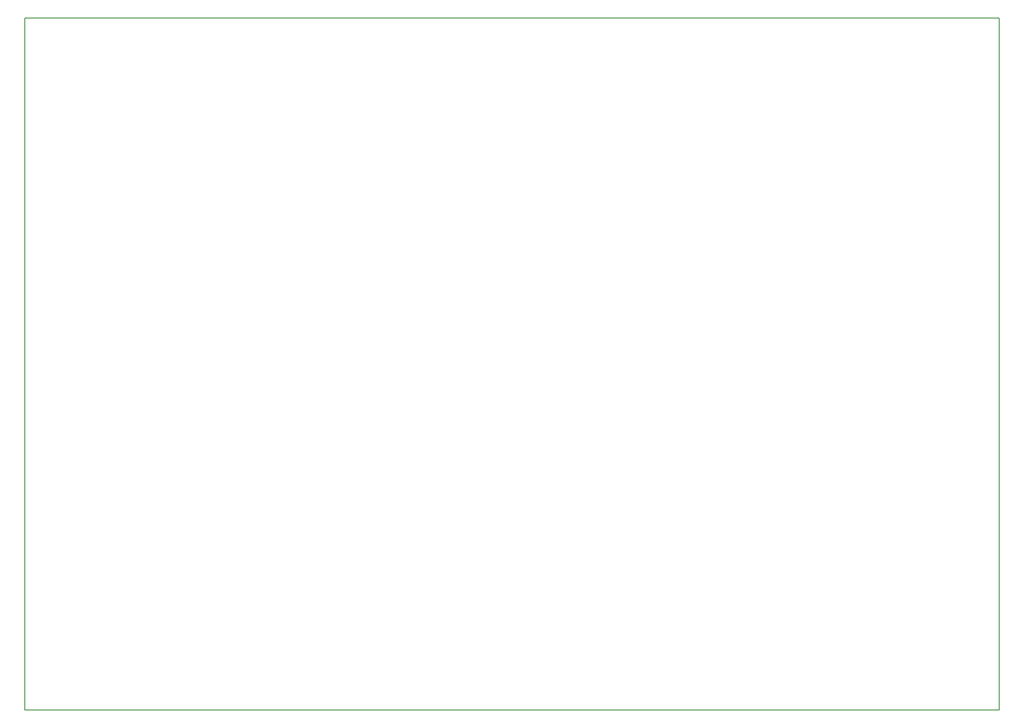
<source format=gbr>
G04 PROTEUS GERBER X2 FILE*
%TF.GenerationSoftware,Labcenter,Proteus,8.6-SP2-Build23525*%
%TF.CreationDate,2019-12-11T18:48:13+00:00*%
%TF.FileFunction,NonPlated,1,2,NPTH*%
%TF.FilePolarity,Positive*%
%TF.Part,Single*%
%FSLAX45Y45*%
%MOMM*%
G01*
%TA.AperFunction,Profile*%
%ADD14C,0.203200*%
%TD.AperFunction*%
D14*
X-9154259Y-6501741D02*
X+9135741Y-6501741D01*
X+9135741Y+6498259D01*
X-9154259Y+6498259D01*
X-9154259Y-6501741D01*
M02*

</source>
